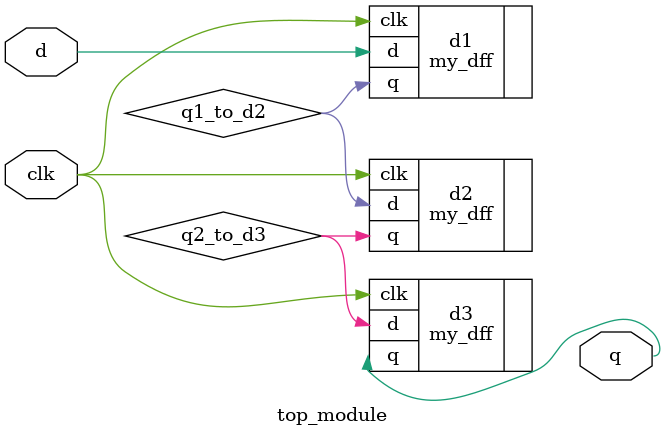
<source format=v>
module top_module (
    input  clk,
    input  d,
    output q
);  
    wire q1_to_d2;
    my_dff d1(
        .clk(clk),
        .d(d),
        .q(q1_to_d2)
    );

    wire q2_to_d3;
    my_dff d2(
        .clk(clk),
        .d(q1_to_d2),
        .q(q2_to_d3)
    );
    my_dff d3(
        .clk(clk),
        .d(q2_to_d3),
        .q(q)
    );
endmodule

</source>
